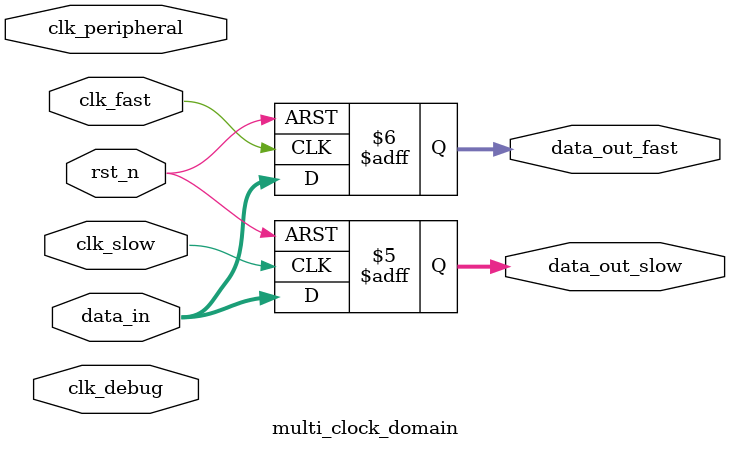
<source format=sv>

module multi_clock_domain (
  input wire clk_fast,
  input wire clk_slow,
  input wire clk_peripheral,
  input wire clk_debug,
  input wire rst_n,
  input wire [7:0] data_in,
  output logic [7:0] data_out_fast,
  output logic [7:0] data_out_slow
);

  // All clock signals properly prefixed with clk_
  always_ff @(posedge clk_fast or negedge rst_n) begin
    if (!rst_n)
      data_out_fast <= 8'h00;
    else
      data_out_fast <= data_in;
  end
  
  always_ff @(posedge clk_slow or negedge rst_n) begin
    if (!rst_n)
      data_out_slow <= 8'h00;
    else
      data_out_slow <= data_in;
  end

endmodule


</source>
